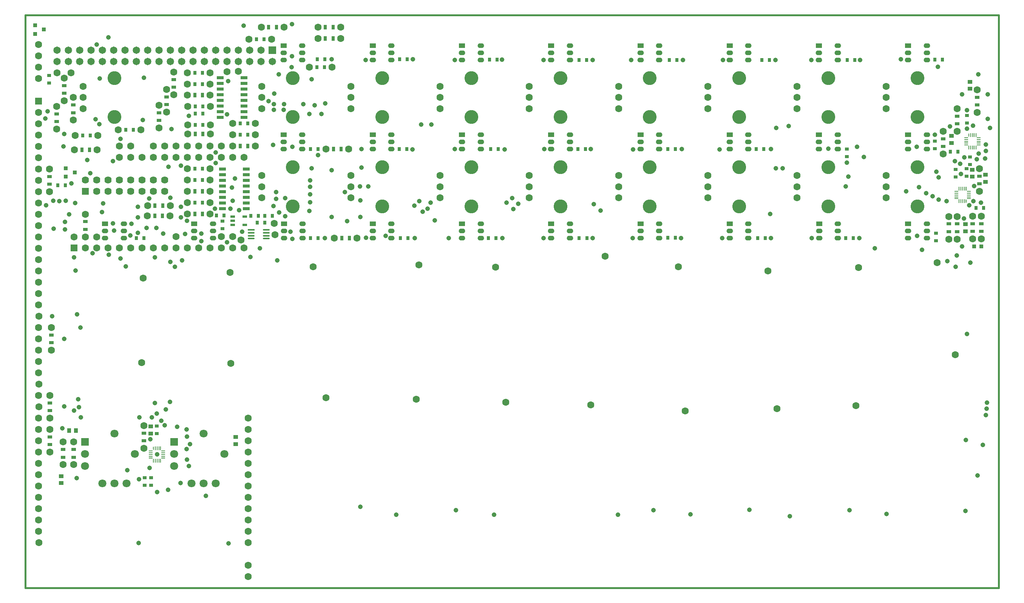
<source format=gts>
G04 This is an RS-274x file exported by *
G04 gerbv version 2.6.1 *
G04 More information is available about gerbv at *
G04 http://gerbv.geda-project.org/ *
G04 --End of header info--*
%MOIN*%
%FSLAX34Y34*%
%IPPOS*%
G04 --Define apertures--*
%ADD10C,0.0150*%
%ADD11C,0.0420*%
%ADD12C,0.0630*%
%AMMACRO13*
21,1,0.029190,0.037064,0.000000,0.000000,180.000000*
%
%ADD13MACRO13*%
%ADD14R,0.0264X0.0343*%
%ADD15R,0.0579X0.0429*%
%AMMACRO16*
21,1,0.014961,0.042898,0.000000,0.000000,360.000000*
21,1,0.057859,0.000000,0.000000,0.000000,360.000000*
1,1,0.042898,-0.007480,0.000000*
1,1,0.042898,0.007480,0.000000*
1,1,0.042898,0.007480,-0.000000*
1,1,0.042898,-0.007480,-0.000000*
%
%ADD16MACRO16*%
%ADD17R,0.0709X0.0709*%
%ADD18C,0.0709*%
%ADD19R,0.0292X0.0371*%
%ADD20C,0.1220*%
%AMMACRO21*
21,1,0.026406,0.034280,0.000000,0.000000,270.000000*
%
%ADD21MACRO21*%
%AMMACRO22*
21,1,0.033154,0.037064,0.000000,0.000000,270.000000*
%
%ADD22MACRO22*%
%AMMACRO23*
21,1,0.029190,0.037064,0.000000,0.000000,90.000000*
%
%ADD23MACRO23*%
%AMMACRO24*
21,1,0.031496,0.035433,0.000000,0.000000,270.000000*
%
%ADD24MACRO24*%
%ADD25R,0.0638X0.0638*%
%ADD26C,0.0638*%
%AMMACRO27*
21,1,0.029190,0.037064,0.000000,0.000000,270.000000*
%
%ADD27MACRO27*%
%AMMACRO28*
21,1,0.026406,0.034280,0.000000,0.000000,180.000000*
%
%ADD28MACRO28*%
%AMMACRO29*
21,1,0.033154,0.037064,0.000000,0.000000,90.000000*
%
%ADD29MACRO29*%
%AMMACRO30*
21,1,0.026406,0.034280,0.000000,0.000000,90.000000*
%
%ADD30MACRO30*%
%ADD31R,0.0630X0.0630*%
%ADD32R,0.0323X0.0076*%
%AMMACRO33*
21,1,0.027607,0.007578,0.000000,0.000000,360.000000*
1,1,0.007578,-0.013804,0.000000*
1,1,0.007578,0.013804,0.000000*
1,1,0.007578,0.013804,-0.000000*
1,1,0.007578,-0.013804,0.000000*
%
%ADD33MACRO33*%
%AMMACRO34*
21,1,0.025887,0.007578,0.000000,0.000000,360.000000*
1,1,0.007578,-0.012943,0.000000*
1,1,0.007578,0.012943,0.000000*
1,1,0.007578,0.012943,-0.000000*
1,1,0.007578,-0.012943,0.000000*
%
%ADD34MACRO34*%
%AMMACRO35*
21,1,0.007578,0.025887,0.000000,0.000000,360.000000*
1,1,0.007578,0.000000,0.012943*
1,1,0.007578,0.000000,0.012943*
1,1,0.007578,0.000000,-0.012943*
1,1,0.007578,-0.000000,-0.012943*
%
%ADD35MACRO35*%
%AMMACRO36*
21,1,0.007578,0.027607,0.000000,0.000000,360.000000*
1,1,0.007578,0.000000,0.013804*
1,1,0.007578,0.000000,0.013804*
1,1,0.007578,0.000000,-0.013804*
1,1,0.007578,-0.000000,-0.013804*
%
%ADD36MACRO36*%
%AMMACRO37*
21,1,0.007578,0.024706,0.000000,0.000000,360.000000*
1,1,0.007578,0.000000,0.012353*
1,1,0.007578,0.000000,0.012353*
1,1,0.007578,0.000000,-0.012353*
1,1,0.007578,-0.000000,-0.012353*
%
%ADD37MACRO37*%
%ADD38C,0.0650*%
%AMMACRO39*
21,1,0.064961,0.064961,0.000000,0.000000,270.000000*
%
%ADD39MACRO39*%
%ADD40R,0.0413X0.0236*%
%AMMACRO41*
21,1,0.033154,0.037064,0.000000,0.000000,180.000000*
%
%ADD41MACRO41*%
%AMMACRO42*
21,1,0.023622,0.059055,0.000000,0.000000,90.000000*
%
%ADD42MACRO42*%
%ADD43R,0.0332X0.0371*%
%AMMACRO44*
21,1,0.032283,0.007578,0.000000,0.000000,180.000000*
%
%ADD44MACRO44*%
%AMMACRO45*
21,1,0.027607,0.007578,0.000000,0.000000,180.000000*
1,1,0.007578,0.013804,-0.000000*
1,1,0.007578,-0.013804,-0.000000*
1,1,0.007578,-0.013804,0.000000*
1,1,0.007578,0.013804,0.000000*
%
%ADD45MACRO45*%
%AMMACRO46*
21,1,0.025887,0.007578,0.000000,0.000000,180.000000*
1,1,0.007578,0.012943,-0.000000*
1,1,0.007578,-0.012943,-0.000000*
1,1,0.007578,-0.012943,0.000000*
1,1,0.007578,0.012943,0.000000*
%
%ADD46MACRO46*%
%AMMACRO47*
21,1,0.007578,0.025887,0.000000,0.000000,180.000000*
1,1,0.007578,0.000000,-0.012943*
1,1,0.007578,-0.000000,-0.012943*
1,1,0.007578,-0.000000,0.012943*
1,1,0.007578,0.000000,0.012943*
%
%ADD47MACRO47*%
%AMMACRO48*
21,1,0.007578,0.027607,0.000000,0.000000,180.000000*
1,1,0.007578,0.000000,-0.013804*
1,1,0.007578,-0.000000,-0.013804*
1,1,0.007578,-0.000000,0.013804*
1,1,0.007578,0.000000,0.013804*
%
%ADD48MACRO48*%
%AMMACRO49*
21,1,0.007578,0.024706,0.000000,0.000000,180.000000*
1,1,0.007578,0.000000,-0.012353*
1,1,0.007578,-0.000000,-0.012353*
1,1,0.007578,-0.000000,0.012353*
1,1,0.007578,0.000000,0.012353*
%
%ADD49MACRO49*%
%AMMACRO50*
21,1,0.062992,0.062992,0.000000,0.000000,270.000000*
%
%ADD50MACRO50*%
%AMMACRO51*
21,1,0.062992,0.011811,0.000000,0.000000,180.000000*
%
%ADD51MACRO51*%
%AMMACRO52*
21,1,0.051181,0.011811,0.000000,0.000000,180.000000*
1,1,0.011811,0.025591,-0.000000*
1,1,0.011811,-0.025591,-0.000000*
1,1,0.011811,-0.025591,0.000000*
1,1,0.011811,0.025591,0.000000*
%
%ADD52MACRO52*%
%AMMACRO53*
21,1,0.051181,0.011811,0.000000,0.000000,360.000000*
1,1,0.011811,-0.025591,0.000000*
1,1,0.011811,0.025591,0.000000*
1,1,0.011811,0.025591,-0.000000*
1,1,0.011811,-0.025591,0.000000*
%
%ADD53MACRO53*%
G04 --Start main section--*
G54D10*
G01X0000000Y0000000D02*
G01X0085906Y0000000D01*
G01X0085906Y0000000D02*
G01X0085906Y0050591D01*
G01X0085906Y0050591D02*
G01X0000000Y0050591D01*
G01X0000000Y0050591D02*
G01X0000000Y0000000D01*
G01X0000000Y0000000D02*
G54D11*
G01X0081319Y0034148D03*
G01X0013750Y0033661D03*
G01X0001975Y0042106D03*
G01X0077287Y0046675D03*
G01X0021955Y0042215D03*
G01X0035758Y0034026D03*
G01X0026142Y0041841D03*
G01X0082963Y0006801D03*
G01X0078868Y0035384D03*
G01X0012313Y0014350D03*
G01X0007362Y0029419D03*
G01X0082825Y0032638D03*
G01X0023540Y0049803D03*
G01X0042963Y0034409D03*
G01X0004745Y0015945D03*
G01X0003432Y0040080D03*
G01X0061500Y0030884D03*
G01X0011172Y0015049D03*
G01X0081612Y0040770D03*
G01X0010925Y0034373D03*
G01X0020702Y0030000D03*
G01X0027050Y0046675D03*
G01X0025138Y0034754D03*
G01X0003268Y0014085D03*
G01X0084045Y0009911D03*
G01X0078680Y0038972D03*
G01X0045800Y0038758D03*
G01X0027047Y0032746D03*
G01X0014269Y0032411D03*
G01X0025289Y0037057D03*
G01X0084715Y0037926D03*
G01X0007736Y0032205D03*
G01X0026464Y0042790D03*
G01X0003445Y0016014D03*
G01X0029587Y0032750D03*
G01X0008396Y0039656D03*
G01X0084872Y0016348D03*
G01X0001833Y0033789D03*
G01X0073423Y0038972D03*
G01X0010020Y0003947D03*
G01X0004882Y0023002D03*
G01X0050090Y0030896D03*
G01X0084764Y0038573D03*
G01X0003494Y0031671D03*
G01X0035502Y0033504D03*
G01X0080059Y0034575D03*
G01X0034951Y0040915D03*
G01X0079140Y0029860D03*
G01X0080404Y0036772D03*
G01X0061560Y0046632D03*
G01X0073660Y0046634D03*
G01X0083094Y0040560D03*
G01X0083661Y0034148D03*
G01X0081380Y0028860D03*
G01X0009370Y0032144D03*
G01X0025069Y0041841D03*
G01X0077736Y0035010D03*
G01X0014281Y0011309D03*
G01X0011424Y0016319D03*
G01X0016821Y0037530D03*
G01X0083963Y0037854D03*
G01X0082024Y0037687D03*
G01X0053490Y0046632D03*
G01X0029660Y0037130D03*
G01X0043071Y0033445D03*
G01X0082520Y0037470D03*
G01X0034220Y0046683D03*
G01X0002992Y0034144D03*
G01X0021906Y0033728D03*
G01X0011634Y0011800D03*
G01X0003445Y0021988D03*
G01X0004321Y0029193D03*
G01X0030085Y0030930D03*
G01X0028217Y0034951D03*
G01X0014232Y0013992D03*
G01X0045740Y0030884D03*
G01X0003583Y0034203D03*
G01X0012160Y0031292D03*
G01X0012411Y0015744D03*
G01X0019872Y0029237D03*
G01X0074006Y0038055D03*
G01X0009283Y0031112D03*
G01X0084508Y0012628D03*
G01X0010482Y0045048D03*
G01X0074990Y0030005D03*
G01X0005482Y0037785D03*
G01X0006292Y0047992D03*
G01X0050090Y0046624D03*
G01X0007343Y0048612D03*
G01X0015551Y0031299D03*
G01X0073602Y0030886D03*
G01X0007854Y0031545D03*
G01X0015545Y0030610D03*
G01X0057870Y0030906D03*
G01X0004321Y0015650D03*
G01X0002362Y0024000D03*
G01X0069370Y0046632D03*
G01X0058030Y0046624D03*
G01X0003383Y0038990D03*
G01X0011635Y0008460D03*
G01X0058711Y0006476D03*
G01X0084951Y0043573D03*
G01X0017900Y0044770D03*
G01X0082683Y0043580D03*
G01X0014449Y0041675D03*
G01X0005945Y0029547D03*
G01X0019134Y0031457D03*
G01X0018240Y0035358D03*
G01X0014111Y0031272D03*
G01X0080610Y0036266D03*
G01X0014232Y0012269D03*
G01X0003494Y0032317D03*
G01X0045730Y0046632D03*
G01X0021476Y0043002D03*
G01X0066220Y0046634D03*
G01X0013209Y0028366D03*
G01X0084843Y0015817D03*
G01X0002490Y0034203D03*
G01X0066850Y0037057D03*
G01X0042467Y0034016D03*
G01X0082870Y0038028D03*
G01X0006555Y0040965D03*
G01X0012640Y0037205D03*
G01X0037920Y0038758D03*
G01X0028420Y0032400D03*
G01X0067382Y0040797D03*
G01X0029587Y0034232D03*
G01X0030260Y0035460D03*
G01X0038022Y0006870D03*
G01X0002520Y0031713D03*
G01X0013829Y0028917D03*
G01X0013750Y0037283D03*
G01X0072642Y0036329D03*
G01X0015955Y0008130D03*
G01X0018104Y0033486D03*
G01X0082110Y0028370D03*
G01X0034160Y0038720D03*
G01X0006880Y0033970D03*
G01X0070080Y0046632D03*
G01X0014429Y0010748D03*
G01X0012904Y0040512D03*
G01X0084783Y0015246D03*
G01X0080548Y0046030D03*
G01X0053640Y0038720D03*
G01X0023504Y0046004D03*
G01X0018888Y0033358D03*
G01X0035837Y0040915D03*
G01X0072756Y0006870D03*
G01X0004587Y0024144D03*
G01X0084340Y0034035D03*
G01X0004921Y0015049D03*
G01X0084764Y0039162D03*
G01X0041368Y0006467D03*
G01X0022954Y0034431D03*
G01X0017953Y0003937D03*
G01X0009947Y0032733D03*
G01X0076014Y0006526D03*
G01X0012791Y0034459D03*
G01X0070880Y0038800D03*
G01X0050778Y0033317D03*
G01X0027049Y0036880D03*
G01X0057930Y0038758D03*
G01X0084951Y0041407D03*
G01X0013750Y0032707D03*
G01X0069410Y0030886D03*
G01X0083730Y0035491D03*
G01X0043504Y0033927D03*
G01X0006758Y0033198D03*
G01X0007756Y0037697D03*
G01X0024540Y0042736D03*
G01X0018510Y0036153D03*
G01X0012760Y0016437D03*
G01X0029660Y0038772D03*
G01X0011596Y0015404D03*
G01X0065810Y0038758D03*
G01X0065810Y0030886D03*
G01X0010359Y0041339D03*
G01X0080610Y0034281D03*
G01X0022827Y0042736D03*
G01X0010962Y0010600D03*
G01X0022815Y0042215D03*
G01X0082660Y0030150D03*
G01X0053610Y0030884D03*
G01X0049920Y0038758D03*
G01X0012598Y0008661D03*
G01X0021955Y0042736D03*
G01X0037910Y0046632D03*
G01X0008411Y0029075D03*
G01X0022384Y0045350D03*
G01X0018300Y0034193D03*
G01X0022952Y0032835D03*
G01X0036150Y0032440D03*
G01X0066240Y0037057D03*
G01X0079518Y0034852D03*
G01X0025531Y0042608D03*
G01X0035067Y0033219D03*
G01X0011043Y0013122D03*
G01X0034390Y0030886D03*
G01X0005750Y0036626D03*
G01X0016754Y0033506D03*
G01X0052323Y0006447D03*
G01X0023562Y0030828D03*
G01X0017815Y0030526D03*
G01X0083307Y0033782D03*
G01X0006201Y0041378D03*
G01X0006565Y0044980D03*
G01X0011447Y0029183D03*
G01X0084125Y0038343D03*
G01X0010079Y0015049D03*
G01X0009953Y0033663D03*
G01X0034783Y0034144D03*
G01X0026440Y0030884D03*
G01X0021880Y0039110D03*
G01X0034331Y0033740D03*
G01X0010710Y0031791D03*
G01X0031801Y0031098D03*
G01X0072402Y0035443D03*
G01X0022136Y0034350D03*
G01X0012795Y0028799D03*
G01X0021988Y0043652D03*
G01X0083630Y0040829D03*
G01X0072520Y0037550D03*
G01X0083094Y0042190D03*
G01X0025275Y0044910D03*
G01X0055433Y0006841D03*
G01X0019281Y0049650D03*
G01X0025128Y0036004D03*
G01X0014281Y0013355D03*
G01X0067461Y0006339D03*
G01X0025827Y0038219D03*
G01X0050187Y0033878D03*
G01X0022254Y0028933D03*
G01X0030040Y0046632D03*
G01X0016821Y0038470D03*
G01X0010039Y0009598D03*
G01X0025067Y0033287D03*
G01X0083022Y0013041D03*
G01X0082579Y0036550D03*
G01X0003878Y0032988D03*
G01X0085148Y0040630D03*
G01X0065748Y0033022D03*
G01X0082192Y0029340D03*
G01X0004444Y0028031D03*
G01X0009011Y0010389D03*
G01X0009931Y0031368D03*
G01X0014530Y0012680D03*
G01X0022136Y0034946D03*
G01X0004075Y0035728D03*
G01X0008858Y0028386D03*
G01X0012002Y0014760D03*
G01X0023540Y0046942D03*
G01X0025128Y0034055D03*
G01X0084104Y0045354D03*
G01X0029587Y0007165D03*
G01X0078719Y0031098D03*
G01X0004417Y0033976D03*
G01X0023420Y0031469D03*
G01X0042100Y0030884D03*
G01X0022402Y0033170D03*
G01X0013406Y0014230D03*
G01X0037360Y0030884D03*
G01X0023562Y0038972D03*
G01X0013711Y0009252D03*
G01X0029530Y0035460D03*
G01X0004535Y0009706D03*
G01X0042310Y0038710D03*
G01X0080266Y0040018D03*
G01X0004665Y0016663D03*
G01X0066257Y0040620D03*
G01X0011583Y0031791D03*
G01X0083396Y0028730D03*
G01X0063907Y0006900D03*
G01X0001772Y0041453D03*
G01X0042080Y0046644D03*
G01X0083120Y0022431D03*
G01X0061290Y0038710D03*
G01X0032726Y0006467D03*
G01X0025128Y0035433D03*
G01X0017813Y0041831D03*
G54D12*
G01X0027825Y0049510D03*
G01X0025825Y0049510D03*
G54D13*
G01X0027159Y0049510D03*
G01X0026490Y0049510D03*
G54D14*
G01X0033100Y0030884D03*
G01X0033770Y0030884D03*
G54D15*
G01X0070039Y0040018D03*
G54D16*
G01X0071693Y0038758D03*
G01X0070039Y0038758D03*
G01X0071693Y0040018D03*
G01X0071693Y0039388D03*
G01X0070039Y0039388D03*
G54D12*
G01X0017311Y0031026D03*
G54D17*
G01X0005276Y0012874D03*
G54D18*
G01X0005276Y0011811D03*
G01X0005276Y0010748D03*
G01X0006811Y0009213D03*
G01X0007874Y0009213D03*
G01X0008937Y0009213D03*
G01X0007874Y0013622D03*
G01X0009685Y0011811D03*
G54D19*
G01X0018978Y0041026D03*
G01X0019647Y0041026D03*
G54D12*
G01X0018313Y0041026D03*
G01X0020313Y0041026D03*
G01X0044484Y0036417D03*
G01X0044484Y0035433D03*
G01X0044484Y0034449D03*
G54D20*
G01X0047244Y0037163D03*
G01X0047244Y0033703D03*
G54D12*
G01X0026545Y0016801D03*
G54D21*
G01X0083383Y0038059D03*
G01X0083383Y0037389D03*
G54D15*
G01X0038543Y0047892D03*
G54D16*
G01X0040197Y0046632D03*
G01X0038543Y0046632D03*
G01X0040197Y0047892D03*
G01X0040197Y0047262D03*
G01X0038543Y0047262D03*
G54D15*
G01X0054291Y0040018D03*
G54D16*
G01X0055945Y0038758D03*
G01X0054291Y0038758D03*
G01X0055945Y0040018D03*
G01X0055945Y0039388D03*
G01X0054291Y0039388D03*
G54D22*
G01X0003161Y0009872D03*
G01X0003161Y0009242D03*
G54D12*
G01X0052358Y0036417D03*
G01X0052358Y0035433D03*
G01X0052358Y0034449D03*
G54D20*
G01X0055118Y0037163D03*
G01X0055118Y0033703D03*
G54D12*
G01X0019685Y0004000D03*
G54D14*
G01X0025780Y0046675D03*
G01X0026449Y0046675D03*
G54D12*
G01X0081506Y0030806D03*
G01X0081506Y0032806D03*
G54D23*
G01X0081506Y0031472D03*
G01X0081506Y0032141D03*
G54D14*
G01X0025177Y0030886D03*
G01X0025846Y0030886D03*
G01X0041063Y0038758D03*
G01X0041732Y0038758D03*
G54D24*
G01X0000866Y0049685D03*
G01X0000866Y0048937D03*
G01X0001654Y0049311D03*
G54D14*
G01X0065010Y0046634D03*
G01X0065679Y0046634D03*
G54D21*
G01X0072520Y0038758D03*
G01X0072520Y0038089D03*
G54D12*
G01X0020862Y0044291D03*
G01X0020862Y0043307D03*
G01X0020862Y0042323D03*
G54D20*
G01X0023622Y0045037D03*
G01X0023622Y0041577D03*
G54D12*
G01X0036610Y0036417D03*
G01X0036610Y0035433D03*
G01X0036610Y0034449D03*
G54D20*
G01X0039370Y0037163D03*
G01X0039370Y0033703D03*
G54D14*
G01X0064626Y0030884D03*
G01X0065295Y0030884D03*
G54D15*
G01X0007047Y0032144D03*
G54D16*
G01X0008701Y0030884D03*
G01X0007047Y0030884D03*
G01X0008701Y0032144D03*
G01X0008701Y0031514D03*
G01X0007047Y0031514D03*
G54D25*
G01X0005319Y0035030D03*
G54D26*
G01X0006319Y0035030D03*
G01X0007319Y0035030D03*
G01X0008319Y0035030D03*
G01X0009319Y0035030D03*
G01X0010319Y0035030D03*
G01X0011319Y0035030D03*
G01X0012319Y0035030D03*
G01X0005319Y0036030D03*
G01X0006319Y0036030D03*
G01X0007319Y0036030D03*
G01X0008319Y0036030D03*
G01X0009319Y0036030D03*
G01X0010319Y0036030D03*
G01X0011319Y0036030D03*
G01X0012319Y0036030D03*
G54D12*
G01X0018130Y0019820D03*
G54D14*
G01X0048888Y0030884D03*
G01X0049557Y0030884D03*
G54D21*
G01X0002116Y0045246D03*
G01X0002116Y0044577D03*
G54D12*
G01X0016314Y0033026D03*
G01X0014314Y0033026D03*
G54D13*
G01X0015649Y0033026D03*
G01X0014980Y0033026D03*
G54D12*
G01X0084389Y0032833D03*
G01X0084389Y0030833D03*
G54D27*
G01X0084389Y0032167D03*
G01X0084389Y0031498D03*
G54D12*
G01X0083602Y0030833D03*
G01X0083602Y0032833D03*
G54D23*
G01X0083602Y0031498D03*
G01X0083602Y0032167D03*
G54D14*
G01X0056693Y0030927D03*
G01X0057362Y0030927D03*
G01X0072549Y0046634D03*
G01X0073219Y0046634D03*
G01X0025157Y0038758D03*
G01X0025827Y0038758D03*
G01X0033051Y0046683D03*
G01X0033720Y0046683D03*
G54D15*
G01X0014921Y0032144D03*
G54D16*
G01X0016575Y0030884D03*
G01X0014921Y0030884D03*
G01X0016575Y0032144D03*
G01X0016575Y0031514D03*
G01X0014921Y0031514D03*
G54D12*
G01X0002776Y0040526D03*
G01X0002776Y0042526D03*
G54D23*
G01X0002776Y0041191D03*
G01X0002776Y0041860D03*
G54D12*
G01X0018090Y0027844D03*
G01X0017311Y0039026D03*
G54D28*
G01X0015677Y0041884D03*
G01X0015007Y0041884D03*
G54D29*
G01X0083386Y0044075D03*
G01X0083386Y0044705D03*
G54D12*
G01X0016311Y0039026D03*
G01X0019685Y0001000D03*
G01X0028736Y0044291D03*
G01X0028736Y0043307D03*
G01X0028736Y0042323D03*
G54D20*
G01X0031496Y0045037D03*
G01X0031496Y0041577D03*
G54D15*
G01X0038543Y0040018D03*
G54D16*
G01X0040197Y0038758D03*
G01X0038543Y0038758D03*
G01X0040197Y0040018D03*
G01X0040197Y0039388D03*
G01X0038543Y0039388D03*
G54D15*
G01X0022824Y0032144D03*
G54D16*
G01X0024477Y0030884D03*
G01X0022824Y0030884D03*
G01X0024477Y0032144D03*
G01X0024477Y0031514D03*
G01X0022824Y0031514D03*
G54D12*
G01X0029287Y0030884D03*
G01X0027287Y0030884D03*
G54D13*
G01X0028622Y0030884D03*
G01X0027953Y0030884D03*
G54D12*
G01X0011311Y0039026D03*
G54D14*
G01X0040965Y0046644D03*
G01X0041634Y0046644D03*
G54D12*
G01X0003443Y0045026D03*
G01X0003443Y0043026D03*
G54D27*
G01X0003443Y0044360D03*
G01X0003443Y0043691D03*
G54D12*
G01X0016342Y0040095D03*
G01X0014342Y0040095D03*
G54D13*
G01X0015677Y0040095D03*
G01X0015007Y0040095D03*
G54D21*
G01X0083065Y0037010D03*
G01X0083065Y0036341D03*
G54D14*
G01X0056703Y0038758D03*
G01X0057372Y0038758D03*
G54D12*
G01X0060232Y0044291D03*
G01X0060232Y0043307D03*
G01X0060232Y0042323D03*
G54D20*
G01X0062992Y0045037D03*
G01X0062992Y0041577D03*
G54D12*
G01X0008311Y0039026D03*
G01X0018811Y0045630D03*
G01X0012480Y0042038D03*
G01X0012480Y0044038D03*
G54D23*
G01X0012480Y0042703D03*
G01X0012480Y0043372D03*
G54D14*
G01X0009815Y0030884D03*
G01X0010484Y0030884D03*
G54D30*
G01X0080266Y0038799D03*
G01X0080266Y0039469D03*
G54D12*
G01X0019685Y0002000D03*
G01X0004026Y0045482D03*
G01X0068106Y0036417D03*
G01X0068106Y0035433D03*
G01X0068106Y0034449D03*
G54D20*
G01X0070866Y0037163D03*
G01X0070866Y0033703D03*
G54D31*
G01X0004321Y0030026D03*
G54D12*
G01X0005321Y0030026D03*
G01X0006321Y0030026D03*
G01X0007321Y0030026D03*
G01X0008321Y0030026D03*
G01X0009321Y0030026D03*
G01X0010321Y0030026D03*
G01X0011321Y0030026D03*
G01X0012321Y0030026D03*
G01X0013321Y0030026D03*
G01X0014321Y0030026D03*
G01X0015321Y0030026D03*
G01X0016321Y0030026D03*
G01X0017321Y0030026D03*
G01X0018321Y0030026D03*
G01X0019321Y0030026D03*
G01X0019321Y0038026D03*
G01X0018321Y0038026D03*
G01X0017321Y0038026D03*
G01X0016321Y0038026D03*
G01X0015321Y0038026D03*
G01X0014321Y0038026D03*
G01X0013321Y0038026D03*
G01X0012321Y0038026D03*
G01X0011321Y0038026D03*
G01X0010321Y0038026D03*
G01X0009321Y0038026D03*
G01X0008321Y0038026D03*
G01X0019685Y0008000D03*
G54D29*
G01X0082959Y0031478D03*
G01X0082959Y0032108D03*
G54D12*
G01X0009311Y0039026D03*
G01X0022825Y0049510D03*
G01X0020825Y0049510D03*
G54D13*
G01X0022159Y0049510D03*
G01X0021490Y0049510D03*
G54D32*
G01X0011087Y0012077D03*
G54D33*
G01X0011087Y0011919D03*
G01X0011087Y0011762D03*
G01X0011087Y0011604D03*
G54D34*
G01X0011087Y0011447D03*
G01X0012181Y0011447D03*
G54D33*
G01X0012181Y0011604D03*
G01X0012181Y0011762D03*
G01X0012181Y0011919D03*
G54D34*
G01X0012181Y0012077D03*
G54D35*
G01X0011319Y0011215D03*
G54D36*
G01X0011476Y0011215D03*
G01X0011634Y0011215D03*
G01X0011791Y0011215D03*
G54D35*
G01X0011949Y0011215D03*
G01X0011949Y0012309D03*
G54D36*
G01X0011791Y0012309D03*
G01X0011634Y0012309D03*
G01X0011476Y0012309D03*
G54D37*
G01X0011319Y0012309D03*
G54D12*
G01X0013110Y0043557D03*
G01X0013110Y0045557D03*
G54D23*
G01X0013110Y0044223D03*
G01X0013110Y0044892D03*
G54D12*
G01X0019685Y0010000D03*
G01X0042420Y0016398D03*
G01X0027825Y0048510D03*
G01X0025825Y0048510D03*
G54D13*
G01X0027159Y0048510D03*
G01X0026490Y0048510D03*
G54D12*
G01X0014314Y0039026D03*
G54D14*
G01X0056850Y0046624D03*
G01X0057520Y0046624D03*
G54D24*
G01X0003577Y0037067D03*
G01X0003577Y0036319D03*
G01X0004364Y0036693D03*
G54D12*
G01X0019685Y0011000D03*
G01X0019685Y0006000D03*
G54D38*
G01X0020811Y0047500D03*
G01X0019811Y0047500D03*
G01X0018811Y0047500D03*
G01X0017811Y0047500D03*
G01X0016811Y0047500D03*
G01X0015811Y0047500D03*
G01X0014811Y0047500D03*
G01X0013811Y0047500D03*
G01X0012811Y0047500D03*
G01X0011811Y0047500D03*
G01X0010811Y0047500D03*
G01X0009811Y0047500D03*
G01X0008811Y0047500D03*
G01X0007811Y0047500D03*
G01X0006811Y0047500D03*
G01X0005811Y0047500D03*
G01X0004811Y0047500D03*
G01X0003811Y0047500D03*
G01X0002811Y0047500D03*
G01X0021811Y0046500D03*
G01X0020811Y0046500D03*
G01X0019811Y0046500D03*
G01X0018811Y0046500D03*
G01X0017811Y0046500D03*
G01X0016811Y0046500D03*
G01X0015811Y0046500D03*
G01X0014811Y0046500D03*
G01X0013811Y0046500D03*
G01X0012811Y0046500D03*
G01X0011811Y0046500D03*
G01X0010811Y0046500D03*
G01X0009811Y0046500D03*
G01X0008811Y0046500D03*
G01X0007811Y0046500D03*
G01X0006811Y0046500D03*
G01X0005811Y0046500D03*
G01X0004811Y0046500D03*
G01X0003811Y0046500D03*
G01X0002811Y0046500D03*
G54D39*
G01X0021811Y0047500D03*
G54D12*
G01X0018311Y0031026D03*
G54D40*
G01X0018311Y0032795D03*
G01X0018311Y0032421D03*
G01X0018311Y0032047D03*
G01X0019374Y0032047D03*
G01X0019374Y0032795D03*
G54D14*
G01X0040886Y0030888D03*
G01X0041555Y0030888D03*
G54D29*
G01X0018583Y0012697D03*
G01X0018583Y0013327D03*
G54D41*
G01X0004487Y0013899D03*
G01X0003857Y0013899D03*
G54D21*
G01X0011092Y0009730D03*
G01X0011092Y0009061D03*
G54D12*
G01X0005311Y0033006D03*
G01X0005311Y0031006D03*
G54D27*
G01X0005311Y0032341D03*
G01X0005311Y0031671D03*
G54D42*
G01X0019518Y0033476D03*
G01X0019518Y0033976D03*
G01X0019518Y0034476D03*
G01X0019518Y0034976D03*
G01X0019518Y0035476D03*
G01X0019518Y0035976D03*
G01X0019518Y0036476D03*
G01X0019518Y0036976D03*
G01X0017392Y0036976D03*
G01X0017392Y0036476D03*
G01X0017392Y0035976D03*
G01X0017392Y0035476D03*
G01X0017392Y0034976D03*
G01X0017392Y0034476D03*
G01X0017392Y0033976D03*
G01X0017392Y0033476D03*
G54D19*
G01X0020420Y0048444D03*
G01X0021089Y0048444D03*
G54D12*
G01X0019755Y0048444D03*
G01X0021755Y0048444D03*
G54D15*
G01X0030669Y0047892D03*
G54D16*
G01X0032323Y0046632D03*
G01X0030669Y0046632D03*
G01X0032323Y0047892D03*
G01X0032323Y0047262D03*
G01X0030669Y0047262D03*
G54D15*
G01X0062165Y0032144D03*
G54D16*
G01X0063819Y0030884D03*
G01X0062165Y0030884D03*
G01X0063819Y0032144D03*
G01X0063819Y0031514D03*
G01X0062165Y0031514D03*
G54D12*
G01X0019685Y0005000D03*
G54D14*
G01X0081630Y0038515D03*
G01X0082299Y0038515D03*
G54D12*
G01X0034518Y0016654D03*
G01X0002811Y0045482D03*
G54D14*
G01X0019901Y0032840D03*
G01X0020570Y0032840D03*
G54D15*
G01X0038543Y0032144D03*
G54D16*
G01X0040197Y0030884D03*
G01X0038543Y0030884D03*
G01X0040197Y0032144D03*
G01X0040197Y0031514D03*
G01X0038543Y0031514D03*
G54D12*
G01X0010410Y0027352D03*
G01X0019045Y0030738D03*
G01X0017811Y0045600D03*
G01X0002189Y0014002D03*
G01X0002189Y0012002D03*
G54D27*
G01X0002189Y0013337D03*
G01X0002189Y0012667D03*
G54D21*
G01X0083106Y0041728D03*
G01X0083106Y0041059D03*
G54D12*
G01X0057638Y0028360D03*
G01X0003346Y0010874D03*
G01X0003346Y0012874D03*
G54D23*
G01X0003346Y0011539D03*
G01X0003346Y0012209D03*
G54D12*
G01X0080994Y0040329D03*
G01X0080994Y0038329D03*
G54D27*
G01X0080994Y0039663D03*
G01X0080994Y0038994D03*
G54D15*
G01X0070059Y0032146D03*
G54D16*
G01X0071713Y0030886D03*
G01X0070059Y0030886D03*
G01X0071713Y0032146D03*
G01X0071713Y0031516D03*
G01X0070059Y0031516D03*
G54D12*
G01X0001181Y0047000D03*
G01X0001181Y0048000D03*
G01X0082067Y0020600D03*
G01X0019685Y0013000D03*
G01X0041516Y0028317D03*
G01X0075980Y0044291D03*
G01X0075980Y0043307D03*
G01X0075980Y0042323D03*
G54D20*
G01X0078740Y0045037D03*
G01X0078740Y0041577D03*
G54D12*
G01X0002303Y0022992D03*
G01X0002303Y0020992D03*
G54D27*
G01X0002303Y0022327D03*
G01X0002303Y0021657D03*
G54D22*
G01X0011078Y0014243D03*
G01X0011078Y0013613D03*
G54D30*
G01X0017392Y0031728D03*
G01X0017392Y0032398D03*
G54D19*
G01X0014960Y0034026D03*
G01X0015630Y0034026D03*
G54D12*
G01X0014295Y0034026D03*
G01X0016295Y0034026D03*
G54D15*
G01X0070039Y0047892D03*
G54D16*
G01X0071693Y0046632D03*
G01X0070039Y0046632D03*
G01X0071693Y0047892D03*
G01X0071693Y0047262D03*
G01X0070039Y0047262D03*
G54D12*
G01X0028530Y0038762D03*
G01X0026530Y0038762D03*
G54D13*
G01X0027864Y0038762D03*
G01X0027195Y0038762D03*
G54D12*
G01X0021969Y0032185D03*
G01X0016295Y0035026D03*
G01X0014295Y0035026D03*
G54D13*
G01X0015630Y0035026D03*
G01X0014960Y0035026D03*
G54D15*
G01X0046417Y0040018D03*
G54D16*
G01X0048071Y0038758D03*
G01X0046417Y0038758D03*
G01X0048071Y0040018D03*
G01X0048071Y0039388D03*
G01X0046417Y0039388D03*
G54D15*
G01X0030669Y0032144D03*
G54D16*
G01X0032323Y0030884D03*
G01X0030669Y0030884D03*
G01X0032323Y0032144D03*
G01X0032323Y0031514D03*
G01X0030669Y0031514D03*
G54D12*
G01X0019685Y0007000D03*
G01X0019685Y0015000D03*
G54D14*
G01X0048868Y0046624D03*
G01X0049537Y0046624D03*
G54D15*
G01X0077913Y0032144D03*
G54D16*
G01X0079567Y0030884D03*
G01X0077913Y0030884D03*
G01X0079567Y0032144D03*
G01X0079567Y0031514D03*
G01X0077913Y0031514D03*
G54D19*
G01X0005059Y0039970D03*
G01X0005728Y0039970D03*
G54D12*
G01X0004394Y0039970D03*
G01X0006394Y0039970D03*
G54D15*
G01X0062165Y0047892D03*
G54D16*
G01X0063819Y0046632D03*
G01X0062165Y0046632D03*
G01X0063819Y0047892D03*
G01X0063819Y0047262D03*
G01X0062165Y0047262D03*
G54D15*
G01X0077913Y0047892D03*
G54D16*
G01X0079567Y0046632D03*
G01X0077913Y0046632D03*
G01X0079567Y0047892D03*
G01X0079567Y0047262D03*
G01X0077913Y0047262D03*
G54D12*
G01X0034744Y0028533D03*
G01X0028736Y0036417D03*
G01X0028736Y0035433D03*
G01X0028736Y0034449D03*
G54D20*
G01X0031496Y0037163D03*
G01X0031496Y0033703D03*
G54D43*
G01X0083740Y0030150D03*
G01X0084370Y0030150D03*
G54D12*
G01X0060232Y0036417D03*
G01X0060232Y0035433D03*
G01X0060232Y0034449D03*
G54D20*
G01X0062992Y0037163D03*
G01X0062992Y0033703D03*
G54D12*
G01X0065531Y0028000D03*
G54D21*
G01X0080364Y0031326D03*
G01X0080364Y0030656D03*
G54D12*
G01X0015311Y0039026D03*
G01X0068106Y0044291D03*
G01X0068106Y0043307D03*
G01X0068106Y0042323D03*
G54D20*
G01X0070866Y0045037D03*
G01X0070866Y0041577D03*
G54D28*
G01X0021140Y0032268D03*
G01X0020470Y0032268D03*
G54D12*
G01X0019685Y0012000D03*
G54D19*
G01X0025746Y0046004D03*
G01X0026416Y0046004D03*
G54D12*
G01X0025081Y0046004D03*
G01X0027081Y0046004D03*
G01X0019685Y0014000D03*
G01X0001181Y0045000D03*
G01X0001181Y0046000D03*
G01X0020313Y0039026D03*
G01X0018313Y0039026D03*
G54D13*
G01X0019647Y0039026D03*
G01X0018978Y0039026D03*
G54D28*
G01X0084589Y0033543D03*
G01X0083920Y0033543D03*
G54D42*
G01X0019321Y0041557D03*
G01X0019321Y0042057D03*
G01X0019321Y0042557D03*
G01X0019321Y0043057D03*
G01X0019321Y0043557D03*
G01X0019321Y0044057D03*
G01X0019321Y0044557D03*
G01X0019321Y0045057D03*
G01X0017195Y0045057D03*
G01X0017195Y0044557D03*
G01X0017195Y0044057D03*
G01X0017195Y0043557D03*
G01X0017195Y0043057D03*
G01X0017195Y0042557D03*
G01X0017195Y0042057D03*
G01X0017195Y0041557D03*
G54D12*
G01X0010280Y0019880D03*
G54D30*
G01X0010541Y0009061D03*
G01X0010541Y0009730D03*
G54D12*
G01X0012791Y0033750D03*
G01X0010791Y0033750D03*
G54D13*
G01X0012126Y0033750D03*
G01X0011456Y0033750D03*
G54D19*
G01X0014980Y0037026D03*
G01X0015649Y0037026D03*
G54D12*
G01X0014314Y0037026D03*
G01X0016314Y0037026D03*
G01X0004276Y0012874D03*
G01X0004276Y0010874D03*
G54D27*
G01X0004276Y0012209D03*
G01X0004276Y0011539D03*
G54D12*
G01X0073550Y0028280D03*
G54D15*
G01X0054291Y0032144D03*
G54D16*
G01X0055945Y0030884D03*
G01X0054291Y0030884D03*
G01X0055945Y0032144D03*
G01X0055945Y0031514D03*
G01X0054291Y0031514D03*
G54D12*
G01X0058228Y0015620D03*
G54D29*
G01X0081746Y0039281D03*
G01X0081746Y0039911D03*
G54D12*
G01X0049900Y0016152D03*
G01X0073320Y0016090D03*
G54D15*
G01X0030669Y0040018D03*
G54D16*
G01X0032323Y0038758D03*
G01X0030669Y0038758D03*
G01X0032323Y0040018D03*
G01X0032323Y0039388D03*
G01X0030669Y0039388D03*
G54D15*
G01X0062165Y0040018D03*
G54D16*
G01X0063819Y0038758D03*
G01X0062165Y0038758D03*
G01X0063819Y0040018D03*
G01X0063819Y0039388D03*
G01X0062165Y0039388D03*
G54D12*
G01X0013311Y0039026D03*
G54D22*
G01X0083581Y0036939D03*
G01X0083581Y0036309D03*
G54D19*
G01X0018978Y0040026D03*
G01X0019647Y0040026D03*
G54D12*
G01X0018313Y0040026D03*
G01X0020313Y0040026D03*
G54D15*
G01X0022795Y0047892D03*
G54D16*
G01X0024449Y0046632D03*
G01X0022795Y0046632D03*
G01X0024449Y0047892D03*
G01X0024449Y0047262D03*
G01X0022795Y0047262D03*
G54D12*
G01X0036610Y0044291D03*
G01X0036610Y0043307D03*
G01X0036610Y0042323D03*
G54D20*
G01X0039370Y0045037D03*
G01X0039370Y0041577D03*
G54D12*
G01X0010478Y0012311D03*
G01X0010478Y0014311D03*
G54D23*
G01X0010478Y0012977D03*
G01X0010478Y0013646D03*
G54D21*
G01X0011595Y0014276D03*
G01X0011595Y0013607D03*
G54D12*
G01X0025423Y0028366D03*
G54D19*
G01X0014960Y0036026D03*
G01X0015630Y0036026D03*
G54D12*
G01X0014295Y0036026D03*
G01X0016295Y0036026D03*
G54D44*
G01X0083283Y0034380D03*
G54D45*
G01X0083283Y0034537D03*
G01X0083283Y0034695D03*
G01X0083283Y0034852D03*
G54D46*
G01X0083283Y0035010D03*
G01X0082189Y0035010D03*
G54D45*
G01X0082189Y0034852D03*
G01X0082189Y0034695D03*
G01X0082189Y0034537D03*
G54D46*
G01X0082189Y0034380D03*
G54D47*
G01X0083051Y0035242D03*
G54D48*
G01X0082894Y0035242D03*
G01X0082736Y0035242D03*
G01X0082579Y0035242D03*
G54D47*
G01X0082421Y0035242D03*
G01X0082421Y0034148D03*
G54D48*
G01X0082579Y0034148D03*
G01X0082736Y0034148D03*
G01X0082894Y0034148D03*
G54D49*
G01X0083051Y0034148D03*
G54D12*
G01X0011811Y0042632D03*
G01X0011811Y0040632D03*
G54D27*
G01X0011811Y0041967D03*
G01X0011811Y0041298D03*
G54D14*
G01X0072406Y0030886D03*
G01X0073076Y0030886D03*
G54D32*
G01X0083046Y0039754D03*
G54D33*
G01X0083046Y0039596D03*
G01X0083046Y0039439D03*
G01X0083046Y0039281D03*
G54D34*
G01X0083046Y0039124D03*
G01X0084139Y0039124D03*
G54D33*
G01X0084139Y0039281D03*
G01X0084139Y0039439D03*
G01X0084139Y0039596D03*
G54D34*
G01X0084139Y0039754D03*
G54D35*
G01X0083278Y0038892D03*
G54D36*
G01X0083435Y0038892D03*
G01X0083593Y0038892D03*
G01X0083750Y0038892D03*
G54D35*
G01X0083907Y0038892D03*
G01X0083907Y0039986D03*
G54D36*
G01X0083750Y0039986D03*
G01X0083593Y0039986D03*
G01X0083435Y0039986D03*
G54D37*
G01X0083278Y0039986D03*
G54D19*
G01X0014976Y0044485D03*
G01X0015646Y0044485D03*
G54D12*
G01X0014311Y0044485D03*
G01X0016311Y0044485D03*
G54D15*
G01X0046417Y0032144D03*
G54D16*
G01X0048071Y0030884D03*
G01X0046417Y0030884D03*
G01X0048071Y0032144D03*
G01X0048071Y0031514D03*
G01X0046417Y0031514D03*
G54D12*
G01X0013311Y0031026D03*
G54D14*
G01X0032992Y0038758D03*
G01X0033661Y0038758D03*
G54D12*
G01X0004252Y0043307D03*
G01X0004252Y0041307D03*
G54D27*
G01X0004252Y0042642D03*
G01X0004252Y0041972D03*
G54D12*
G01X0066330Y0015807D03*
G01X0084222Y0035010D03*
G01X0084222Y0037010D03*
G54D23*
G01X0084222Y0035675D03*
G01X0084222Y0036344D03*
G54D12*
G01X0006335Y0038691D03*
G01X0004335Y0038691D03*
G54D13*
G01X0005669Y0038691D03*
G01X0005000Y0038691D03*
G54D14*
G01X0021140Y0032849D03*
G01X0021809Y0032849D03*
G54D12*
G01X0022037Y0031201D03*
G54D14*
G01X0080276Y0046654D03*
G01X0080945Y0046654D03*
G54D12*
G01X0019685Y0009000D03*
G54D15*
G01X0022795Y0040018D03*
G54D16*
G01X0024449Y0038758D03*
G01X0022795Y0038758D03*
G01X0024449Y0040018D03*
G01X0024449Y0039388D03*
G01X0022795Y0039388D03*
G54D15*
G01X0077913Y0040018D03*
G54D16*
G01X0079567Y0038758D03*
G01X0077913Y0038758D03*
G01X0079567Y0040018D03*
G01X0079567Y0039388D03*
G01X0077913Y0039388D03*
G54D19*
G01X0015007Y0042519D03*
G01X0015677Y0042519D03*
G54D12*
G01X0014342Y0042519D03*
G01X0016342Y0042519D03*
G54D15*
G01X0046417Y0047892D03*
G54D16*
G01X0048071Y0046632D03*
G01X0046417Y0046632D03*
G01X0048071Y0047892D03*
G01X0048071Y0047262D03*
G01X0046417Y0047262D03*
G54D19*
G01X0015007Y0040876D03*
G01X0015677Y0040876D03*
G54D12*
G01X0014342Y0040876D03*
G01X0016342Y0040876D03*
G54D14*
G01X0064508Y0038758D03*
G01X0065177Y0038758D03*
G54D12*
G01X0044484Y0044291D03*
G01X0044484Y0043307D03*
G01X0044484Y0042323D03*
G54D20*
G01X0047244Y0045037D03*
G01X0047244Y0041577D03*
G54D12*
G01X0080472Y0028730D03*
G01X0012772Y0032844D03*
G01X0010772Y0032844D03*
G54D13*
G01X0012106Y0032844D03*
G01X0011437Y0032844D03*
G54D30*
G01X0082122Y0036303D03*
G01X0082122Y0036972D03*
G54D14*
G01X0002860Y0035557D03*
G01X0003530Y0035557D03*
G54D12*
G01X0084017Y0043988D03*
G01X0084017Y0041988D03*
G54D27*
G01X0084017Y0043323D03*
G01X0084017Y0042654D03*
G54D12*
G01X0001181Y0042000D03*
G01X0001181Y0041000D03*
G01X0001181Y0040000D03*
G01X0001181Y0039000D03*
G01X0001181Y0038000D03*
G01X0001181Y0037000D03*
G01X0001181Y0036000D03*
G01X0001181Y0035000D03*
G01X0001181Y0034000D03*
G01X0001181Y0033000D03*
G01X0001181Y0032000D03*
G01X0001181Y0031000D03*
G01X0001181Y0030000D03*
G01X0001181Y0029000D03*
G01X0001181Y0028000D03*
G01X0001181Y0027000D03*
G01X0001181Y0026000D03*
G01X0001181Y0025000D03*
G01X0001211Y0024000D03*
G01X0001181Y0023000D03*
G01X0001181Y0022000D03*
G01X0001181Y0021000D03*
G01X0001181Y0020000D03*
G01X0001181Y0019000D03*
G01X0001211Y0018000D03*
G01X0001181Y0017000D03*
G01X0001211Y0016000D03*
G01X0001181Y0015000D03*
G01X0001181Y0014000D03*
G01X0001181Y0013000D03*
G01X0001181Y0012000D03*
G01X0001181Y0011000D03*
G01X0001181Y0010000D03*
G01X0001181Y0009000D03*
G01X0001181Y0008000D03*
G01X0001181Y0007000D03*
G01X0001181Y0006000D03*
G01X0001181Y0005000D03*
G01X0001211Y0004000D03*
G54D50*
G01X0001181Y0043000D03*
G54D12*
G01X0051171Y0029291D03*
G01X0075980Y0036417D03*
G01X0075980Y0035433D03*
G01X0075980Y0034449D03*
G54D20*
G01X0078740Y0037163D03*
G01X0078740Y0033703D03*
G54D12*
G01X0006311Y0031006D03*
G54D19*
G01X0014976Y0045489D03*
G01X0015646Y0045489D03*
G54D12*
G01X0014311Y0045489D03*
G01X0016311Y0045489D03*
G54D29*
G01X0084750Y0035865D03*
G01X0084750Y0036495D03*
G54D19*
G01X0008868Y0040465D03*
G01X0009537Y0040465D03*
G54D12*
G01X0008203Y0040465D03*
G01X0010203Y0040465D03*
G01X0002146Y0037000D03*
G01X0002146Y0035000D03*
G54D27*
G01X0002146Y0036335D03*
G01X0002146Y0035665D03*
G54D12*
G01X0082234Y0040329D03*
G01X0082234Y0042329D03*
G54D23*
G01X0082234Y0040994D03*
G01X0082234Y0041663D03*
G54D12*
G01X0002181Y0015000D03*
G01X0002181Y0017000D03*
G54D23*
G01X0002181Y0015665D03*
G01X0002181Y0016335D03*
G54D51*
G01X0019935Y0031610D03*
G54D52*
G01X0019935Y0031354D03*
G01X0019935Y0031098D03*
G01X0019935Y0030843D03*
G54D53*
G01X0021274Y0030843D03*
G01X0021274Y0031098D03*
G01X0021274Y0031354D03*
G01X0021274Y0031610D03*
G54D17*
G01X0013150Y0012874D03*
G54D18*
G01X0013150Y0011811D03*
G01X0013150Y0010748D03*
G01X0014685Y0009213D03*
G01X0015748Y0009213D03*
G01X0016811Y0009213D03*
G01X0015748Y0013622D03*
G01X0017559Y0011811D03*
G54D14*
G01X0048780Y0038758D03*
G01X0049449Y0038758D03*
G54D12*
G01X0004311Y0031006D03*
G01X0016311Y0043519D03*
G01X0014311Y0043519D03*
G54D13*
G01X0015646Y0043519D03*
G01X0014976Y0043519D03*
G54D15*
G01X0054291Y0047892D03*
G54D16*
G01X0055945Y0046632D03*
G01X0054291Y0046632D03*
G01X0055945Y0047892D03*
G01X0055945Y0047262D03*
G01X0054291Y0047262D03*
G54D12*
G01X0082236Y0030806D03*
G01X0082236Y0032806D03*
G54D23*
G01X0082236Y0031472D03*
G01X0082236Y0032141D03*
G54D14*
G01X0016886Y0032894D03*
G01X0017555Y0032894D03*
G54D12*
G01X0012311Y0039026D03*
G01X0005114Y0044291D03*
G01X0005114Y0043307D03*
G01X0005114Y0042323D03*
G54D20*
G01X0007874Y0045037D03*
G01X0007874Y0041577D03*
G54D12*
G01X0020862Y0036417D03*
G01X0020862Y0035433D03*
G01X0020862Y0034449D03*
G54D20*
G01X0023622Y0037163D03*
G01X0023622Y0033703D03*
G54D12*
G01X0052358Y0044291D03*
G01X0052358Y0043307D03*
G01X0052358Y0042323D03*
G54D20*
G01X0055118Y0045037D03*
G01X0055118Y0041577D03*
M02*

</source>
